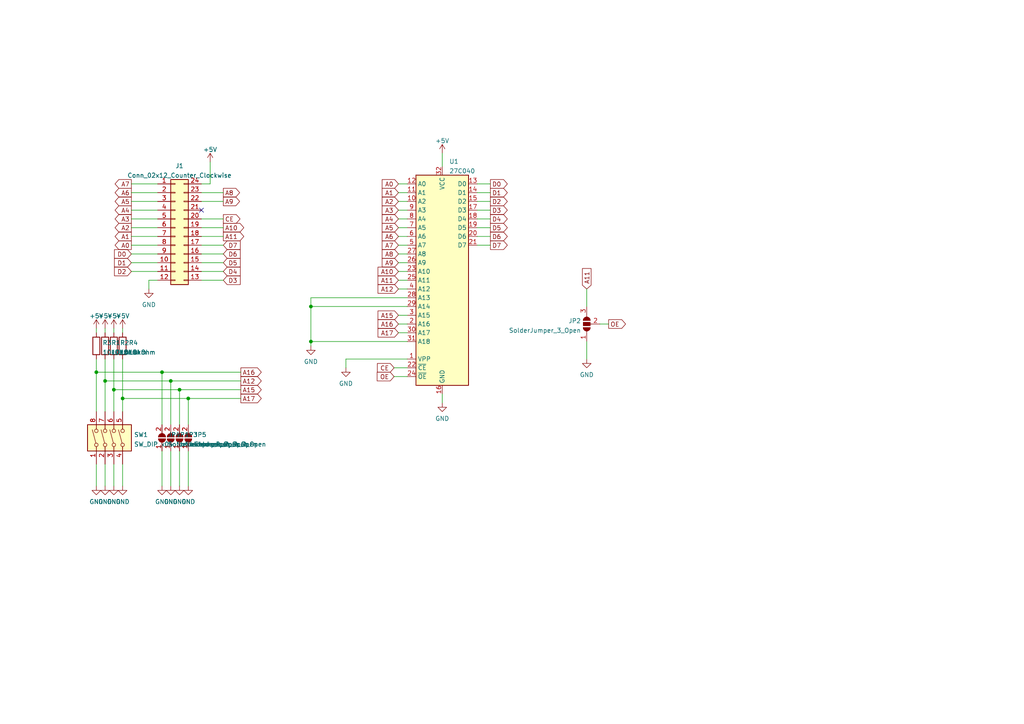
<source format=kicad_sch>
(kicad_sch (version 20230121) (generator eeschema)
  (paper "A4")
  (lib_symbols
    (symbol "Connector_Generic:Conn_02x12_Counter_Clockwise" (pin_names (offset 1.016) hide)
      (property "Reference" "J" (at 1.27 15.24 0))
      (property "Value" "Conn_02x12_Counter_Clockwise" (at 1.27 -17.78 0))
      (symbol "Conn_02x12_Counter_Clockwise_1_1"
        (rectangle (start -1.27 -15.113) (end 0 -15.367) (stroke (width 0.1524)))
        (rectangle (start -1.27 -12.573) (end 0 -12.827) (stroke (width 0.1524)))
        (rectangle (start -1.27 -10.033) (end 0 -10.287) (stroke (width 0.1524)))
        (rectangle (start -1.27 -7.493) (end 0 -7.747) (stroke (width 0.1524)))
        (rectangle (start -1.27 -4.953) (end 0 -5.207) (stroke (width 0.1524)))
        (rectangle (start -1.27 -2.413) (end 0 -2.667) (stroke (width 0.1524)))
        (rectangle (start -1.27 0.127) (end 0 -0.127) (stroke (width 0.1524)))
        (rectangle (start -1.27 2.667) (end 0 2.413) (stroke (width 0.1524)))
        (rectangle (start -1.27 5.207) (end 0 4.953) (stroke (width 0.1524)))
        (rectangle (start -1.27 7.747) (end 0 7.493) (stroke (width 0.1524)))
        (rectangle (start -1.27 10.287) (end 0 10.033) (stroke (width 0.1524)))
        (rectangle (start -1.27 12.827) (end 0 12.573) (stroke (width 0.1524)))
        (rectangle (start -1.27 13.97) (end 3.81 -16.51) (stroke (width 0.254)) (fill (type background)))
        (rectangle (start 3.81 -15.113) (end 2.54 -15.367) (stroke (width 0.1524)))
        (rectangle (start 3.81 -12.573) (end 2.54 -12.827) (stroke (width 0.1524)))
        (rectangle (start 3.81 -10.033) (end 2.54 -10.287) (stroke (width 0.1524)))
        (rectangle (start 3.81 -7.493) (end 2.54 -7.747) (stroke (width 0.1524)))
        (rectangle (start 3.81 -4.953) (end 2.54 -5.207) (stroke (width 0.1524)))
        (rectangle (start 3.81 -2.413) (end 2.54 -2.667) (stroke (width 0.1524)))
        (rectangle (start 3.81 0.127) (end 2.54 -0.127) (stroke (width 0.1524)))
        (rectangle (start 3.81 2.667) (end 2.54 2.413) (stroke (width 0.1524)))
        (rectangle (start 3.81 5.207) (end 2.54 4.953) (stroke (width 0.1524)))
        (rectangle (start 3.81 7.747) (end 2.54 7.493) (stroke (width 0.1524)))
        (rectangle (start 3.81 10.287) (end 2.54 10.033) (stroke (width 0.1524)))
        (rectangle (start 3.81 12.827) (end 2.54 12.573) (stroke (width 0.1524)))
        (pin passive line (at -5.08 12.7 0) (length 3.81) (name "Pin_1") (number "1"))
        (pin passive line (at -5.08 -10.16 0) (length 3.81) (name "Pin_10") (number "10"))
        (pin passive line (at -5.08 -12.7 0) (length 3.81) (name "Pin_11") (number "11"))
        (pin passive line (at -5.08 -15.24 0) (length 3.81) (name "Pin_12") (number "12"))
        (pin passive line (at 7.62 -15.24 180) (length 3.81) (name "Pin_13") (number "13"))
        (pin passive line (at 7.62 -12.7 180) (length 3.81) (name "Pin_14") (number "14"))
        (pin passive line (at 7.62 -10.16 180) (length 3.81) (name "Pin_15") (number "15"))
        (pin passive line (at 7.62 -7.62 180) (length 3.81) (name "Pin_16") (number "16"))
        (pin passive line (at 7.62 -5.08 180) (length 3.81) (name "Pin_17") (number "17"))
        (pin passive line (at 7.62 -2.54 180) (length 3.81) (name "Pin_18") (number "18"))
        (pin passive line (at 7.62 0 180) (length 3.81) (name "Pin_19") (number "19"))
        (pin passive line (at -5.08 10.16 0) (length 3.81) (name "Pin_2") (number "2"))
        (pin passive line (at 7.62 2.54 180) (length 3.81) (name "Pin_20") (number "20"))
        (pin passive line (at 7.62 5.08 180) (length 3.81) (name "Pin_21") (number "21"))
        (pin passive line (at 7.62 7.62 180) (length 3.81) (name "Pin_22") (number "22"))
        (pin passive line (at 7.62 10.16 180) (length 3.81) (name "Pin_23") (number "23"))
        (pin passive line (at 7.62 12.7 180) (length 3.81) (name "Pin_24") (number "24"))
        (pin passive line (at -5.08 7.62 0) (length 3.81) (name "Pin_3") (number "3"))
        (pin passive line (at -5.08 5.08 0) (length 3.81) (name "Pin_4") (number "4"))
        (pin passive line (at -5.08 2.54 0) (length 3.81) (name "Pin_5") (number "5"))
        (pin passive line (at -5.08 0 0) (length 3.81) (name "Pin_6") (number "6"))
        (pin passive line (at -5.08 -2.54 0) (length 3.81) (name "Pin_7") (number "7"))
        (pin passive line (at -5.08 -5.08 0) (length 3.81) (name "Pin_8") (number "8"))
        (pin passive line (at -5.08 -7.62 0) (length 3.81) (name "Pin_9") (number "9"))
      )
    )
    (symbol "Device:R" (pin_numbers hide) (pin_names (offset 0))
      (property "Reference" "R" (at 2.032 0 90))
      (property "Value" "R" (at 0 0 90))
      (symbol "R_0_1"
        (rectangle (start -1.016 -2.54) (end 1.016 2.54) (stroke (width 0.254)))
      )
      (symbol "R_1_1"
        (pin passive line (at 0 3.81 270) (length 1.27) (name "~") (number "1"))
        (pin passive line (at 0 -3.81 90) (length 1.27) (name "~") (number "2"))
      )
    )
    (symbol "Jumper:SolderJumper_2_Open" (pin_names (offset 0) hide)
      (property "Reference" "JP" (at 0 2.032 0))
      (property "Value" "SolderJumper_2_Open" (at 0 -2.54 0))
      (symbol "SolderJumper_2_Open_0_1"
        (arc (start -0.254 1.016) (mid -1.2656 0) (end -0.254 -1.016))
        (arc (start -0.254 1.016) (mid -1.2656 0) (end -0.254 -1.016) (fill (type outline)))
        (polyline (pts (xy -0.254 1.016) (xy -0.254 -1.016)))
        (polyline (pts (xy 0.254 1.016) (xy 0.254 -1.016)))
        (arc (start 0.254 -1.016) (mid 1.2656 0) (end 0.254 1.016))
        (arc (start 0.254 -1.016) (mid 1.2656 0) (end 0.254 1.016) (fill (type outline)))
      )
      (symbol "SolderJumper_2_Open_1_1"
        (pin passive line (at -3.81 0 0) (length 2.54) (name "A") (number "1"))
        (pin passive line (at 3.81 0 180) (length 2.54) (name "B") (number "2"))
      )
    )
    (symbol "Jumper:SolderJumper_3_Open" (pin_names (offset 0) hide)
      (property "Reference" "JP" (at -2.54 -2.54 0))
      (property "Value" "SolderJumper_3_Open" (at 0 2.794 0))
      (symbol "SolderJumper_3_Open_0_1"
        (arc (start -1.016 1.016) (mid -2.0276 0) (end -1.016 -1.016))
        (arc (start -1.016 1.016) (mid -2.0276 0) (end -1.016 -1.016) (fill (type outline)))
        (rectangle (start -0.508 1.016) (end 0.508 -1.016) (fill (type outline)))
        (polyline (pts (xy -2.54 0) (xy -2.032 0)))
        (polyline (pts (xy -1.016 1.016) (xy -1.016 -1.016)))
        (polyline (pts (xy 0 -1.27) (xy 0 -1.016)))
        (polyline (pts (xy 1.016 1.016) (xy 1.016 -1.016)))
        (polyline (pts (xy 2.54 0) (xy 2.032 0)))
        (arc (start 1.016 -1.016) (mid 2.0276 0) (end 1.016 1.016))
        (arc (start 1.016 -1.016) (mid 2.0276 0) (end 1.016 1.016) (fill (type outline)))
      )
      (symbol "SolderJumper_3_Open_1_1"
        (pin passive line (at -5.08 0 0) (length 2.54) (name "A") (number "1"))
        (pin input line (at 0 -3.81 90) (length 2.54) (name "C") (number "2"))
        (pin passive line (at 5.08 0 180) (length 2.54) (name "B") (number "3"))
      )
    )
    (symbol "Memory_EPROM:27C040"
      (property "Reference" "U" (at -7.62 31.75 0))
      (property "Value" "27C040" (at 2.54 -31.75 0))
      (symbol "27C040_1_1"
        (rectangle (start -7.62 30.48) (end 7.62 -30.48) (stroke (width 0.254)) (fill (type background)))
        (pin input line (at -10.16 -22.86 0) (length 2.54) (name "VPP") (number "1"))
        (pin input line (at -10.16 22.86 0) (length 2.54) (name "A2") (number "10"))
        (pin input line (at -10.16 25.4 0) (length 2.54) (name "A1") (number "11"))
        (pin input line (at -10.16 27.94 0) (length 2.54) (name "A0") (number "12"))
        (pin tri_state line (at 10.16 27.94 180) (length 2.54) (name "D0") (number "13"))
        (pin tri_state line (at 10.16 25.4 180) (length 2.54) (name "D1") (number "14"))
        (pin tri_state line (at 10.16 22.86 180) (length 2.54) (name "D2") (number "15"))
        (pin power_in line (at 0 -33.02 90) (length 2.54) (name "GND") (number "16"))
        (pin tri_state line (at 10.16 20.32 180) (length 2.54) (name "D3") (number "17"))
        (pin tri_state line (at 10.16 17.78 180) (length 2.54) (name "D4") (number "18"))
        (pin tri_state line (at 10.16 15.24 180) (length 2.54) (name "D5") (number "19"))
        (pin input line (at -10.16 -12.7 0) (length 2.54) (name "A16") (number "2"))
        (pin tri_state line (at 10.16 12.7 180) (length 2.54) (name "D6") (number "20"))
        (pin tri_state line (at 10.16 10.16 180) (length 2.54) (name "D7") (number "21"))
        (pin input line (at -10.16 -25.4 0) (length 2.54) (name "~{CE}") (number "22"))
        (pin input line (at -10.16 2.54 0) (length 2.54) (name "A10") (number "23"))
        (pin input line (at -10.16 -27.94 0) (length 2.54) (name "~{OE}") (number "24"))
        (pin input line (at -10.16 0 0) (length 2.54) (name "A11") (number "25"))
        (pin input line (at -10.16 5.08 0) (length 2.54) (name "A9") (number "26"))
        (pin input line (at -10.16 7.62 0) (length 2.54) (name "A8") (number "27"))
        (pin input line (at -10.16 -5.08 0) (length 2.54) (name "A13") (number "28"))
        (pin input line (at -10.16 -7.62 0) (length 2.54) (name "A14") (number "29"))
        (pin input line (at -10.16 -10.16 0) (length 2.54) (name "A15") (number "3"))
        (pin input line (at -10.16 -15.24 0) (length 2.54) (name "A17") (number "30"))
        (pin input line (at -10.16 -17.78 0) (length 2.54) (name "A18") (number "31"))
        (pin power_in line (at 0 33.02 270) (length 2.54) (name "VCC") (number "32"))
        (pin input line (at -10.16 -2.54 0) (length 2.54) (name "A12") (number "4"))
        (pin input line (at -10.16 10.16 0) (length 2.54) (name "A7") (number "5"))
        (pin input line (at -10.16 12.7 0) (length 2.54) (name "A6") (number "6"))
        (pin input line (at -10.16 15.24 0) (length 2.54) (name "A5") (number "7"))
        (pin input line (at -10.16 17.78 0) (length 2.54) (name "A4") (number "8"))
        (pin input line (at -10.16 20.32 0) (length 2.54) (name "A3") (number "9"))
      )
    )
    (symbol "Switch:SW_DIP_x04" (pin_names (offset 0) hide)
      (property "Reference" "SW" (at 0 8.89 0))
      (property "Value" "SW_DIP_x04" (at 0 -6.35 0))
      (symbol "SW_DIP_x04_0_0"
        (circle (center -2.032 -2.54) (radius 0.508))
        (circle (center -2.032 0) (radius 0.508))
        (circle (center -2.032 2.54) (radius 0.508))
        (circle (center -2.032 5.08) (radius 0.508))
        (polyline (pts (xy -1.524 -2.3876) (xy 2.3622 -1.3462)))
        (polyline (pts (xy -1.524 0.127) (xy 2.3622 1.1684)))
        (polyline (pts (xy -1.524 2.667) (xy 2.3622 3.7084)))
        (polyline (pts (xy -1.524 5.207) (xy 2.3622 6.2484)))
        (circle (center 2.032 -2.54) (radius 0.508))
        (circle (center 2.032 0) (radius 0.508))
        (circle (center 2.032 2.54) (radius 0.508))
        (circle (center 2.032 5.08) (radius 0.508))
      )
      (symbol "SW_DIP_x04_0_1"
        (rectangle (start -3.81 7.62) (end 3.81 -5.08) (stroke (width 0.254)) (fill (type background)))
      )
      (symbol "SW_DIP_x04_1_1"
        (pin passive line (at -7.62 5.08 0) (length 5.08) (name "~") (number "1"))
        (pin passive line (at -7.62 2.54 0) (length 5.08) (name "~") (number "2"))
        (pin passive line (at -7.62 0 0) (length 5.08) (name "~") (number "3"))
        (pin passive line (at -7.62 -2.54 0) (length 5.08) (name "~") (number "4"))
        (pin passive line (at 7.62 -2.54 180) (length 5.08) (name "~") (number "5"))
        (pin passive line (at 7.62 0 180) (length 5.08) (name "~") (number "6"))
        (pin passive line (at 7.62 2.54 180) (length 5.08) (name "~") (number "7"))
        (pin passive line (at 7.62 5.08 180) (length 5.08) (name "~") (number "8"))
      )
    )
    (symbol "power:+5V" (power) (pin_names (offset 0))
      (property "Value" "+5V" (at 0 3.556 0))
      (symbol "+5V_0_1"
        (polyline (pts (xy -0.762 1.27) (xy 0 2.54)))
        (polyline (pts (xy 0 0) (xy 0 2.54)))
        (polyline (pts (xy 0 2.54) (xy 0.762 1.27)))
      )
      (symbol "+5V_1_1"
        (pin power_in line (at 0 0 90) (length 0) hide (name "+5V") (number "1"))
      )
    )
    (symbol "power:GND" (power) (pin_names (offset 0))
      (property "Value" "GND" (at 0 -3.81 0))
      (symbol "GND_0_1"
        (polyline (pts (xy 0 0) (xy 0 -1.27) (xy 1.27 -1.27) (xy 0 -2.54) (xy -1.27 -1.27) (xy 0 -1.27)))
      )
      (symbol "GND_1_1"
        (pin power_in line (at 0 0 270) (length 0) hide (name "GND") (number "1"))
      )
    )
  )
  (junction (at 54.61 115.57))
  (junction (at 52.07 113.03))
  (junction (at 33.02 113.03))
  (junction (at 46.99 107.95))
  (junction (at 90.17 99.06))
  (junction (at 90.17 88.9))
  (junction (at 35.56 115.57))
  (junction (at 30.48 110.49))
  (junction (at 49.53 110.49))
  (junction (at 27.94 107.95))
  (no_connect (at 58.42 60.96))
  (wire (pts (xy 118.11 104.14) (xy 100.33 104.14)))
  (wire (pts (xy 35.56 104.14) (xy 35.56 115.57)))
  (wire (pts (xy 30.48 95.25) (xy 30.48 96.52)))
  (wire (pts (xy 38.1 73.66) (xy 45.72 73.66)))
  (wire (pts (xy 30.48 110.49) (xy 30.48 119.38)))
  (wire (pts (xy 46.99 107.95) (xy 69.85 107.95)))
  (wire (pts (xy 30.48 104.14) (xy 30.48 110.49)))
  (wire (pts (xy 69.85 113.03) (xy 52.07 113.03)))
  (wire (pts (xy 90.17 88.9) (xy 90.17 99.06)))
  (wire (pts (xy 90.17 99.06) (xy 118.11 99.06)))
  (wire (pts (xy 49.53 110.49) (xy 49.53 123.19)))
  (wire (pts (xy 33.02 134.62) (xy 33.02 140.97)))
  (wire (pts (xy 128.27 114.3) (xy 128.27 116.84)))
  (wire (pts (xy 45.72 81.28) (xy 43.18 81.28)))
  (wire (pts (xy 115.57 58.42) (xy 118.11 58.42)))
  (wire (pts (xy 60.96 53.34) (xy 60.96 46.99)))
  (wire (pts (xy 52.07 130.81) (xy 52.07 140.97)))
  (wire (pts (xy 138.43 53.34) (xy 142.24 53.34)))
  (wire (pts (xy 52.07 113.03) (xy 33.02 113.03)))
  (wire (pts (xy 38.1 66.04) (xy 45.72 66.04)))
  (wire (pts (xy 138.43 66.04) (xy 142.24 66.04)))
  (wire (pts (xy 90.17 86.36) (xy 90.17 88.9)))
  (wire (pts (xy 35.56 134.62) (xy 35.56 140.97)))
  (wire (pts (xy 173.99 93.98) (xy 176.53 93.98)))
  (wire (pts (xy 170.18 83.82) (xy 170.18 88.9)))
  (wire (pts (xy 115.57 63.5) (xy 118.11 63.5)))
  (wire (pts (xy 38.1 60.96) (xy 45.72 60.96)))
  (wire (pts (xy 90.17 88.9) (xy 118.11 88.9)))
  (wire (pts (xy 33.02 104.14) (xy 33.02 113.03)))
  (wire (pts (xy 115.57 83.82) (xy 118.11 83.82)))
  (wire (pts (xy 138.43 55.88) (xy 142.24 55.88)))
  (wire (pts (xy 27.94 95.25) (xy 27.94 96.52)))
  (wire (pts (xy 58.42 58.42) (xy 64.77 58.42)))
  (wire (pts (xy 46.99 130.81) (xy 46.99 140.97)))
  (wire (pts (xy 114.3 109.22) (xy 118.11 109.22)))
  (wire (pts (xy 38.1 76.2) (xy 45.72 76.2)))
  (wire (pts (xy 115.57 60.96) (xy 118.11 60.96)))
  (wire (pts (xy 33.02 113.03) (xy 33.02 119.38)))
  (wire (pts (xy 58.42 78.74) (xy 64.77 78.74)))
  (wire (pts (xy 38.1 78.74) (xy 45.72 78.74)))
  (wire (pts (xy 115.57 73.66) (xy 118.11 73.66)))
  (wire (pts (xy 46.99 107.95) (xy 46.99 123.19)))
  (wire (pts (xy 115.57 53.34) (xy 118.11 53.34)))
  (wire (pts (xy 114.3 106.68) (xy 118.11 106.68)))
  (wire (pts (xy 49.53 110.49) (xy 69.85 110.49)))
  (wire (pts (xy 115.57 68.58) (xy 118.11 68.58)))
  (wire (pts (xy 58.42 53.34) (xy 60.96 53.34)))
  (wire (pts (xy 115.57 78.74) (xy 118.11 78.74)))
  (wire (pts (xy 38.1 55.88) (xy 45.72 55.88)))
  (wire (pts (xy 38.1 53.34) (xy 45.72 53.34)))
  (wire (pts (xy 58.42 68.58) (xy 64.77 68.58)))
  (wire (pts (xy 58.42 63.5) (xy 64.77 63.5)))
  (wire (pts (xy 115.57 93.98) (xy 118.11 93.98)))
  (wire (pts (xy 115.57 96.52) (xy 118.11 96.52)))
  (wire (pts (xy 38.1 58.42) (xy 45.72 58.42)))
  (wire (pts (xy 35.56 115.57) (xy 54.61 115.57)))
  (wire (pts (xy 30.48 134.62) (xy 30.48 140.97)))
  (wire (pts (xy 38.1 68.58) (xy 45.72 68.58)))
  (wire (pts (xy 27.94 104.14) (xy 27.94 107.95)))
  (wire (pts (xy 27.94 107.95) (xy 46.99 107.95)))
  (wire (pts (xy 58.42 66.04) (xy 64.77 66.04)))
  (wire (pts (xy 115.57 76.2) (xy 118.11 76.2)))
  (wire (pts (xy 100.33 104.14) (xy 100.33 106.68)))
  (wire (pts (xy 138.43 71.12) (xy 142.24 71.12)))
  (wire (pts (xy 54.61 115.57) (xy 69.85 115.57)))
  (wire (pts (xy 27.94 107.95) (xy 27.94 119.38)))
  (wire (pts (xy 54.61 115.57) (xy 54.61 123.19)))
  (wire (pts (xy 43.18 81.28) (xy 43.18 83.82)))
  (wire (pts (xy 115.57 71.12) (xy 118.11 71.12)))
  (wire (pts (xy 138.43 60.96) (xy 142.24 60.96)))
  (wire (pts (xy 52.07 113.03) (xy 52.07 123.19)))
  (wire (pts (xy 58.42 73.66) (xy 64.77 73.66)))
  (wire (pts (xy 33.02 95.25) (xy 33.02 96.52)))
  (wire (pts (xy 30.48 110.49) (xy 49.53 110.49)))
  (wire (pts (xy 115.57 81.28) (xy 118.11 81.28)))
  (wire (pts (xy 58.42 55.88) (xy 64.77 55.88)))
  (wire (pts (xy 35.56 95.25) (xy 35.56 96.52)))
  (wire (pts (xy 90.17 99.06) (xy 90.17 100.33)))
  (wire (pts (xy 128.27 44.45) (xy 128.27 48.26)))
  (wire (pts (xy 49.53 130.81) (xy 49.53 140.97)))
  (wire (pts (xy 38.1 71.12) (xy 45.72 71.12)))
  (wire (pts (xy 138.43 68.58) (xy 142.24 68.58)))
  (wire (pts (xy 170.18 99.06) (xy 170.18 104.14)))
  (wire (pts (xy 27.94 134.62) (xy 27.94 140.97)))
  (wire (pts (xy 115.57 66.04) (xy 118.11 66.04)))
  (wire (pts (xy 35.56 115.57) (xy 35.56 119.38)))
  (wire (pts (xy 115.57 91.44) (xy 118.11 91.44)))
  (wire (pts (xy 38.1 63.5) (xy 45.72 63.5)))
  (wire (pts (xy 115.57 55.88) (xy 118.11 55.88)))
  (wire (pts (xy 90.17 86.36) (xy 118.11 86.36)))
  (wire (pts (xy 54.61 130.81) (xy 54.61 140.97)))
  (wire (pts (xy 138.43 58.42) (xy 142.24 58.42)))
  (wire (pts (xy 58.42 71.12) (xy 64.77 71.12)))
  (wire (pts (xy 138.43 63.5) (xy 142.24 63.5)))
  (wire (pts (xy 58.42 76.2) (xy 64.77 76.2)))
  (wire (pts (xy 58.42 81.28) (xy 64.77 81.28)))
  (global_label "A10" (shape output) (at 64.77 66.04 0) (property "Intersheetrefs" "${INTERSHEET_REFS}" (effects hide)))
  (global_label "A8" (shape input) (at 115.57 73.66 180) (property "Intersheetrefs" "${INTERSHEET_REFS}" (effects hide)))
  (global_label "A7" (shape input) (at 115.57 71.12 180) (property "Intersheetrefs" "${INTERSHEET_REFS}" (effects hide)))
  (global_label "A16" (shape input) (at 115.57 93.98 180) (property "Intersheetrefs" "${INTERSHEET_REFS}" (effects hide)))
  (global_label "A15" (shape input) (at 115.57 91.44 180) (property "Intersheetrefs" "${INTERSHEET_REFS}" (effects hide)))
  (global_label "A5" (shape output) (at 38.1 58.42 180) (property "Intersheetrefs" "${INTERSHEET_REFS}" (effects hide)))
  (global_label "A12" (shape input) (at 115.57 83.82 180) (property "Intersheetrefs" "${INTERSHEET_REFS}" (effects hide)))
  (global_label "A7" (shape output) (at 38.1 53.34 180) (property "Intersheetrefs" "${INTERSHEET_REFS}" (effects hide)))
  (global_label "A1" (shape input) (at 115.57 55.88 180) (property "Intersheetrefs" "${INTERSHEET_REFS}" (effects hide)))
  (global_label "OE" (shape input) (at 114.3 109.22 180) (property "Intersheetrefs" "${INTERSHEET_REFS}" (effects hide)))
  (global_label "D1" (shape input) (at 38.1 76.2 180) (property "Intersheetrefs" "${INTERSHEET_REFS}" (effects hide)))
  (global_label "A2" (shape output) (at 38.1 66.04 180) (property "Intersheetrefs" "${INTERSHEET_REFS}" (effects hide)))
  (global_label "CE" (shape input) (at 114.3 106.68 180) (property "Intersheetrefs" "${INTERSHEET_REFS}" (effects hide)))
  (global_label "D3" (shape input) (at 64.77 81.28 0) (property "Intersheetrefs" "${INTERSHEET_REFS}" (effects hide)))
  (global_label "A4" (shape input) (at 115.57 63.5 180) (property "Intersheetrefs" "${INTERSHEET_REFS}" (effects hide)))
  (global_label "OE" (shape output) (at 176.53 93.98 0) (property "Intersheetrefs" "${INTERSHEET_REFS}" (effects hide)))
  (global_label "A6" (shape input) (at 115.57 68.58 180) (property "Intersheetrefs" "${INTERSHEET_REFS}" (effects hide)))
  (global_label "D7" (shape output) (at 142.24 71.12 0) (property "Intersheetrefs" "${INTERSHEET_REFS}" (effects hide)))
  (global_label "A2" (shape input) (at 115.57 58.42 180) (property "Intersheetrefs" "${INTERSHEET_REFS}" (effects hide)))
  (global_label "A17" (shape input) (at 115.57 96.52 180) (property "Intersheetrefs" "${INTERSHEET_REFS}" (effects hide)))
  (global_label "A15" (shape output) (at 69.85 113.03 0) (property "Intersheetrefs" "${INTERSHEET_REFS}" (effects hide)))
  (global_label "D5" (shape input) (at 64.77 76.2 0) (property "Intersheetrefs" "${INTERSHEET_REFS}" (effects hide)))
  (global_label "A10" (shape input) (at 115.57 78.74 180) (property "Intersheetrefs" "${INTERSHEET_REFS}" (effects hide)))
  (global_label "D3" (shape output) (at 142.24 60.96 0) (property "Intersheetrefs" "${INTERSHEET_REFS}" (effects hide)))
  (global_label "D2" (shape output) (at 142.24 58.42 0) (property "Intersheetrefs" "${INTERSHEET_REFS}" (effects hide)))
  (global_label "D0" (shape input) (at 38.1 73.66 180) (property "Intersheetrefs" "${INTERSHEET_REFS}" (effects hide)))
  (global_label "A9" (shape input) (at 115.57 76.2 180) (property "Intersheetrefs" "${INTERSHEET_REFS}" (effects hide)))
  (global_label "D2" (shape input) (at 38.1 78.74 180) (property "Intersheetrefs" "${INTERSHEET_REFS}" (effects hide)))
  (global_label "A17" (shape output) (at 69.85 115.57 0) (property "Intersheetrefs" "${INTERSHEET_REFS}" (effects hide)))
  (global_label "A8" (shape output) (at 64.77 55.88 0) (property "Intersheetrefs" "${INTERSHEET_REFS}" (effects hide)))
  (global_label "A12" (shape output) (at 69.85 110.49 0) (property "Intersheetrefs" "${INTERSHEET_REFS}" (effects hide)))
  (global_label "A16" (shape output) (at 69.85 107.95 0) (property "Intersheetrefs" "${INTERSHEET_REFS}" (effects hide)))
  (global_label "A0" (shape input) (at 115.57 53.34 180) (property "Intersheetrefs" "${INTERSHEET_REFS}" (effects hide)))
  (global_label "D0" (shape output) (at 142.24 53.34 0) (property "Intersheetrefs" "${INTERSHEET_REFS}" (effects hide)))
  (global_label "D6" (shape output) (at 142.24 68.58 0) (property "Intersheetrefs" "${INTERSHEET_REFS}" (effects hide)))
  (global_label "A1" (shape output) (at 38.1 68.58 180) (property "Intersheetrefs" "${INTERSHEET_REFS}" (effects hide)))
  (global_label "A3" (shape input) (at 115.57 60.96 180) (property "Intersheetrefs" "${INTERSHEET_REFS}" (effects hide)))
  (global_label "A3" (shape output) (at 38.1 63.5 180) (property "Intersheetrefs" "${INTERSHEET_REFS}" (effects hide)))
  (global_label "CE" (shape output) (at 64.77 63.5 0) (property "Intersheetrefs" "${INTERSHEET_REFS}" (effects hide)))
  (global_label "A5" (shape input) (at 115.57 66.04 180) (property "Intersheetrefs" "${INTERSHEET_REFS}" (effects hide)))
  (global_label "D4" (shape input) (at 64.77 78.74 0) (property "Intersheetrefs" "${INTERSHEET_REFS}" (effects hide)))
  (global_label "D5" (shape output) (at 142.24 66.04 0) (property "Intersheetrefs" "${INTERSHEET_REFS}" (effects hide)))
  (global_label "A11" (shape output) (at 64.77 68.58 0) (property "Intersheetrefs" "${INTERSHEET_REFS}" (effects hide)))
  (global_label "A9" (shape output) (at 64.77 58.42 0) (property "Intersheetrefs" "${INTERSHEET_REFS}" (effects hide)))
  (global_label "A6" (shape output) (at 38.1 55.88 180) (property "Intersheetrefs" "${INTERSHEET_REFS}" (effects hide)))
  (global_label "D4" (shape output) (at 142.24 63.5 0) (property "Intersheetrefs" "${INTERSHEET_REFS}" (effects hide)))
  (global_label "D7" (shape input) (at 64.77 71.12 0) (property "Intersheetrefs" "${INTERSHEET_REFS}" (effects hide)))
  (global_label "A11" (shape input) (at 115.57 81.28 180) (property "Intersheetrefs" "${INTERSHEET_REFS}" (effects hide)))
  (global_label "D1" (shape output) (at 142.24 55.88 0) (property "Intersheetrefs" "${INTERSHEET_REFS}" (effects hide)))
  (global_label "A4" (shape output) (at 38.1 60.96 180) (property "Intersheetrefs" "${INTERSHEET_REFS}" (effects hide)))
  (global_label "D6" (shape input) (at 64.77 73.66 0) (property "Intersheetrefs" "${INTERSHEET_REFS}" (effects hide)))
  (global_label "A0" (shape output) (at 38.1 71.12 180) (property "Intersheetrefs" "${INTERSHEET_REFS}" (effects hide)))
  (global_label "A11" (shape input) (at 170.18 83.82 90) (property "Intersheetrefs" "${INTERSHEET_REFS}" (effects hide)))
  (symbol (lib_id "Device:R") (at 35.56 100.33 0) (unit 1)
    (property "Reference" "R4" (at 37.338 99.4215 0) (effects (justify left)))
    (property "Value" "10kOhm" (at 37.338 102.1966 0) (effects (justify left)))
    (property "Footprint" "Resistor_SMD:R_0603_1608Metric" (effects hide))
  )
  (symbol (lib_id "Device:R") (at 27.94 100.33 0) (unit 1)
    (property "Reference" "R3" (at 29.718 99.4215 0) (effects (justify left)))
    (property "Value" "10kOhm" (at 29.718 102.1966 0) (effects (justify left)))
    (property "Footprint" "Resistor_SMD:R_0603_1608Metric" (effects hide))
  )
  (symbol (lib_id "Jumper:SolderJumper_2_Open") (at 46.99 127 90) (unit 1)
    (property "Reference" "JP4" (at 48.641 126.0915 90) (effects (justify right)))
    (property "Value" "SolderJumper_2_Open" (at 48.641 128.8666 90) (effects (justify right)))
    (property "Footprint" "Jumper:SolderJumper-2_P1.3mm_Open_RoundedPad1.0x1.5mm" (effects hide))
  )
  (symbol (lib_id "Jumper:SolderJumper_3_Open") (at 170.18 93.98 90) (unit 1)
    (property "Reference" "JP2" (at 168.5291 93.0715 90) (effects (justify left)))
    (property "Value" "SolderJumper_3_Open" (at 168.5291 95.8466 90) (effects (justify left)))
    (property "Footprint" "Jumper:SolderJumper-3_P1.3mm_Open_RoundedPad1.0x1.5mm" (effects hide))
  )
  (symbol (lib_id "power:GND") (at 54.61 140.97 0) (unit 1)
    (property "Reference" "#PWR0119" (effects hide))
    (property "Value" "GND" (at 54.61 145.5325 0))
  )
  (symbol (lib_id "Switch:SW_DIP_x04") (at 33.02 127 90) (unit 1)
    (property "Reference" "SW1" (at 38.862 126.0915 90) (effects (justify right)))
    (property "Value" "SW_DIP_x04" (at 38.862 128.8666 90) (effects (justify right)))
    (property "Footprint" "Button_Switch_THT:SW_DIP_SPSTx04_Slide_6.7x11.72mm_W7.62mm_P2.54mm_LowProfile" (effects hide))
  )
  (symbol (lib_id "power:GND") (at 33.02 140.97 0) (unit 1)
    (property "Reference" "#PWR0112" (effects hide))
    (property "Value" "GND" (at 33.02 145.5325 0))
  )
  (symbol (lib_id "power:+5V") (at 27.94 95.25 0) (unit 1)
    (property "Reference" "#PWR0113" (effects hide))
    (property "Value" "+5V" (at 27.94 91.6455 0))
  )
  (symbol (lib_id "power:GND") (at 128.27 116.84 0) (unit 1)
    (property "Reference" "#PWR0104" (effects hide))
    (property "Value" "GND" (at 128.27 121.4025 0))
  )
  (symbol (lib_id "power:GND") (at 49.53 140.97 0) (unit 1)
    (property "Reference" "#PWR0117" (effects hide))
    (property "Value" "GND" (at 49.53 145.5325 0))
  )
  (symbol (lib_id "Memory_EPROM:27C040") (at 128.27 81.28 0) (unit 1)
    (property "Reference" "U1" (at 130.2894 46.8335 0) (effects (justify left)))
    (property "Value" "27C040" (at 130.2894 49.6086 0) (effects (justify left)))
    (property "Footprint" "Package_LCC:PLCC-32_11.4x14.0mm_P1.27mm" (effects hide))
    (property "Datasheet" "http://ww1.microchip.com/downloads/en/devicedoc/doc0189.pdf" (effects hide))
  )
  (symbol (lib_id "power:GND") (at 35.56 140.97 0) (unit 1)
    (property "Reference" "#PWR0115" (effects hide))
    (property "Value" "GND" (at 35.56 145.5325 0))
  )
  (symbol (lib_id "power:+5V") (at 128.27 44.45 0) (unit 1)
    (property "Reference" "#PWR0105" (effects hide))
    (property "Value" "+5V" (at 128.27 40.8455 0))
  )
  (symbol (lib_id "power:GND") (at 52.07 140.97 0) (unit 1)
    (property "Reference" "#PWR0118" (effects hide))
    (property "Value" "GND" (at 52.07 145.5325 0))
  )
  (symbol (lib_id "Jumper:SolderJumper_2_Open") (at 52.07 127 90) (unit 1)
    (property "Reference" "JP3" (at 53.721 126.0915 90) (effects (justify right)))
    (property "Value" "SolderJumper_2_Open" (at 53.721 128.8666 90) (effects (justify right)))
    (property "Footprint" "Jumper:SolderJumper-2_P1.3mm_Open_RoundedPad1.0x1.5mm" (effects hide))
  )
  (symbol (lib_id "Device:R") (at 30.48 100.33 0) (unit 1)
    (property "Reference" "R1" (at 32.258 99.4215 0) (effects (justify left)))
    (property "Value" "10kOhm" (at 32.258 102.1966 0) (effects (justify left)))
    (property "Footprint" "Resistor_SMD:R_0603_1608Metric" (effects hide))
  )
  (symbol (lib_id "Jumper:SolderJumper_2_Open") (at 49.53 127 90) (unit 1)
    (property "Reference" "JP1" (at 51.181 126.0915 90) (effects (justify right)))
    (property "Value" "SolderJumper_2_Open" (at 51.181 128.8666 90) (effects (justify right)))
    (property "Footprint" "Jumper:SolderJumper-2_P1.3mm_Open_RoundedPad1.0x1.5mm" (effects hide))
  )
  (symbol (lib_id "power:GND") (at 46.99 140.97 0) (unit 1)
    (property "Reference" "#PWR0116" (effects hide))
    (property "Value" "GND" (at 46.99 145.5325 0))
  )
  (symbol (lib_id "power:GND") (at 30.48 140.97 0) (unit 1)
    (property "Reference" "#PWR0110" (effects hide))
    (property "Value" "GND" (at 30.48 145.5325 0))
  )
  (symbol (lib_id "power:GND") (at 90.17 100.33 0) (unit 1)
    (property "Reference" "#PWR0102" (effects hide))
    (property "Value" "GND" (at 90.17 104.8925 0))
  )
  (symbol (lib_id "power:+5V") (at 60.96 46.99 0) (unit 1)
    (property "Reference" "#PWR0103" (effects hide))
    (property "Value" "+5V" (at 60.96 43.3855 0))
  )
  (symbol (lib_id "power:+5V") (at 33.02 95.25 0) (unit 1)
    (property "Reference" "#PWR0109" (effects hide))
    (property "Value" "+5V" (at 33.02 91.6455 0))
  )
  (symbol (lib_id "power:GND") (at 100.33 106.68 0) (unit 1)
    (property "Reference" "#PWR0101" (effects hide))
    (property "Value" "GND" (at 100.33 111.2425 0))
  )
  (symbol (lib_id "Jumper:SolderJumper_2_Open") (at 54.61 127 90) (unit 1)
    (property "Reference" "JP5" (at 56.261 126.0915 90) (effects (justify right)))
    (property "Value" "SolderJumper_2_Open" (at 56.261 128.8666 90) (effects (justify right)))
    (property "Footprint" "Jumper:SolderJumper-2_P1.3mm_Open_RoundedPad1.0x1.5mm" (effects hide))
  )
  (symbol (lib_id "power:+5V") (at 30.48 95.25 0) (unit 1)
    (property "Reference" "#PWR0107" (effects hide))
    (property "Value" "+5V" (at 30.48 91.6455 0))
  )
  (symbol (lib_id "power:+5V") (at 35.56 95.25 0) (unit 1)
    (property "Reference" "#PWR0111" (effects hide))
    (property "Value" "+5V" (at 35.56 91.6455 0))
  )
  (symbol (lib_id "Device:R") (at 33.02 100.33 0) (unit 1)
    (property "Reference" "R2" (at 34.798 99.4215 0) (effects (justify left)))
    (property "Value" "10kOhm" (at 34.798 102.1966 0) (effects (justify left)))
    (property "Footprint" "Resistor_SMD:R_0603_1608Metric" (effects hide))
  )
  (symbol (lib_id "power:GND") (at 170.18 104.14 0) (unit 1)
    (property "Reference" "#PWR0108" (effects hide))
    (property "Value" "GND" (at 170.18 108.7025 0))
  )
  (symbol (lib_id "power:GND") (at 27.94 140.97 0) (unit 1)
    (property "Reference" "#PWR0114" (effects hide))
    (property "Value" "GND" (at 27.94 145.5325 0))
  )
  (symbol (lib_id "power:GND") (at 43.18 83.82 0) (unit 1)
    (property "Reference" "#PWR0106" (effects hide))
    (property "Value" "GND" (at 43.18 88.3825 0))
  )
  (symbol (lib_id "Connector_Generic:Conn_02x12_Counter_Clockwise") (at 50.8 66.04 0) (unit 1)
    (property "Reference" "J1" (at 52.07 48.1035 0))
    (property "Value" "Conn_02x12_Counter_Clockwise" (at 52.07 50.8786 0))
    (property "Footprint" "s3lph:DIP-24_W15.24mm_Socket" (effects hide))
  )
)
</source>
